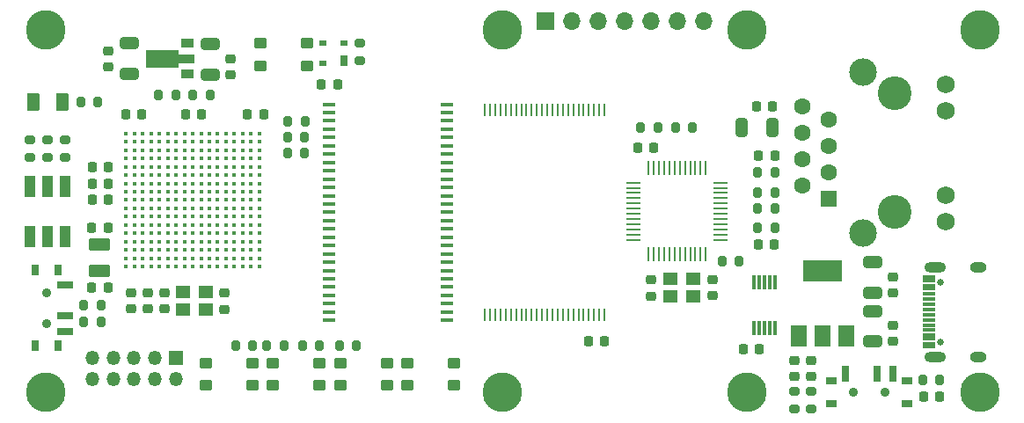
<source format=gbr>
%TF.GenerationSoftware,KiCad,Pcbnew,7.0.7*%
%TF.CreationDate,2024-03-25T22:36:06+08:00*%
%TF.ProjectId,eins2440,65696e73-3234-4343-902e-6b696361645f,rev?*%
%TF.SameCoordinates,Original*%
%TF.FileFunction,Soldermask,Top*%
%TF.FilePolarity,Negative*%
%FSLAX46Y46*%
G04 Gerber Fmt 4.6, Leading zero omitted, Abs format (unit mm)*
G04 Created by KiCad (PCBNEW 7.0.7) date 2024-03-25 22:36:06*
%MOMM*%
%LPD*%
G01*
G04 APERTURE LIST*
G04 Aperture macros list*
%AMRoundRect*
0 Rectangle with rounded corners*
0 $1 Rounding radius*
0 $2 $3 $4 $5 $6 $7 $8 $9 X,Y pos of 4 corners*
0 Add a 4 corners polygon primitive as box body*
4,1,4,$2,$3,$4,$5,$6,$7,$8,$9,$2,$3,0*
0 Add four circle primitives for the rounded corners*
1,1,$1+$1,$2,$3*
1,1,$1+$1,$4,$5*
1,1,$1+$1,$6,$7*
1,1,$1+$1,$8,$9*
0 Add four rect primitives between the rounded corners*
20,1,$1+$1,$2,$3,$4,$5,0*
20,1,$1+$1,$4,$5,$6,$7,0*
20,1,$1+$1,$6,$7,$8,$9,0*
20,1,$1+$1,$8,$9,$2,$3,0*%
%AMFreePoly0*
4,1,9,3.862500,-0.866500,0.737500,-0.866500,0.737500,-0.450000,-0.737500,-0.450000,-0.737500,0.450000,0.737500,0.450000,0.737500,0.866500,3.862500,0.866500,3.862500,-0.866500,3.862500,-0.866500,$1*%
G04 Aperture macros list end*
%ADD10C,3.250000*%
%ADD11RoundRect,0.102000X-0.699000X0.699000X-0.699000X-0.699000X0.699000X-0.699000X0.699000X0.699000X0*%
%ADD12C,1.602000*%
%ADD13C,1.734000*%
%ADD14C,2.649000*%
%ADD15R,1.100000X2.000000*%
%ADD16RoundRect,0.200000X-0.200000X-0.275000X0.200000X-0.275000X0.200000X0.275000X-0.200000X0.275000X0*%
%ADD17RoundRect,0.200000X0.200000X0.275000X-0.200000X0.275000X-0.200000X-0.275000X0.200000X-0.275000X0*%
%ADD18RoundRect,0.250000X-0.650000X0.325000X-0.650000X-0.325000X0.650000X-0.325000X0.650000X0.325000X0*%
%ADD19C,3.800000*%
%ADD20RoundRect,0.225000X0.225000X0.250000X-0.225000X0.250000X-0.225000X-0.250000X0.225000X-0.250000X0*%
%ADD21RoundRect,0.200000X0.275000X-0.200000X0.275000X0.200000X-0.275000X0.200000X-0.275000X-0.200000X0*%
%ADD22RoundRect,0.225000X-0.225000X-0.250000X0.225000X-0.250000X0.225000X0.250000X-0.225000X0.250000X0*%
%ADD23R,0.300000X1.400000*%
%ADD24R,0.700000X1.000000*%
%ADD25R,0.700000X0.600000*%
%ADD26RoundRect,0.102000X0.500000X0.375000X-0.500000X0.375000X-0.500000X-0.375000X0.500000X-0.375000X0*%
%ADD27R,1.400000X1.200000*%
%ADD28RoundRect,0.225000X-0.250000X0.225000X-0.250000X-0.225000X0.250000X-0.225000X0.250000X0.225000X0*%
%ADD29RoundRect,0.225000X0.250000X-0.225000X0.250000X0.225000X-0.250000X0.225000X-0.250000X-0.225000X0*%
%ADD30RoundRect,0.250000X0.650000X-0.325000X0.650000X0.325000X-0.650000X0.325000X-0.650000X-0.325000X0*%
%ADD31R,1.500000X2.000000*%
%ADD32R,3.800000X2.000000*%
%ADD33R,1.309599X0.456400*%
%ADD34R,1.340599X0.279400*%
%ADD35R,0.279400X1.340599*%
%ADD36R,1.350000X1.350000*%
%ADD37O,1.350000X1.350000*%
%ADD38C,0.650000*%
%ADD39R,1.150000X0.300000*%
%ADD40O,2.100000X1.000000*%
%ADD41O,1.600000X1.000000*%
%ADD42RoundRect,0.102000X-0.900000X0.500000X-0.900000X-0.500000X0.900000X-0.500000X0.900000X0.500000X0*%
%ADD43R,1.000000X0.800000*%
%ADD44C,0.900000*%
%ADD45R,0.700000X1.500000*%
%ADD46RoundRect,0.218750X-0.256250X0.218750X-0.256250X-0.218750X0.256250X-0.218750X0.256250X0.218750X0*%
%ADD47RoundRect,0.250000X0.325000X0.650000X-0.325000X0.650000X-0.325000X-0.650000X0.325000X-0.650000X0*%
%ADD48RoundRect,0.200000X-0.275000X0.200000X-0.275000X-0.200000X0.275000X-0.200000X0.275000X0.200000X0*%
%ADD49RoundRect,0.102000X-0.500000X-0.375000X0.500000X-0.375000X0.500000X0.375000X-0.500000X0.375000X0*%
%ADD50R,1.700000X1.700000*%
%ADD51O,1.700000X1.700000*%
%ADD52RoundRect,0.218750X-0.218750X-0.256250X0.218750X-0.256250X0.218750X0.256250X-0.218750X0.256250X0*%
%ADD53C,0.365760*%
%ADD54R,0.800000X1.000000*%
%ADD55R,1.500000X0.700000*%
%ADD56RoundRect,0.250000X0.375000X0.625000X-0.375000X0.625000X-0.375000X-0.625000X0.375000X-0.625000X0*%
%ADD57R,0.279400X1.200899*%
%ADD58R,1.300000X0.900000*%
%ADD59FreePoly0,180.000000*%
G04 APERTURE END LIST*
D10*
%TO.C,J3*%
X186090000Y-86444000D03*
X186090000Y-97874000D03*
D11*
X179740000Y-96609000D03*
D12*
X177200000Y-95339000D03*
X179740000Y-94069000D03*
X177200000Y-92799000D03*
X179740000Y-91529000D03*
X177200000Y-90259000D03*
X179740000Y-88989000D03*
X177200000Y-87719000D03*
D13*
X190990000Y-98784000D03*
X190990000Y-96244000D03*
X190990000Y-88074000D03*
X190990000Y-85534000D03*
D14*
X183040000Y-99904000D03*
X183040000Y-84414000D03*
%TD*%
D15*
%TO.C,D2*%
X102880000Y-100200000D03*
X104580000Y-100200000D03*
X106280000Y-100200000D03*
X106280000Y-95400000D03*
X104580000Y-95400000D03*
X102880000Y-95400000D03*
%TD*%
D16*
%TO.C,R47*%
X122635000Y-110700000D03*
X124285000Y-110700000D03*
%TD*%
D17*
%TO.C,R36*%
X174535000Y-94020000D03*
X172885000Y-94020000D03*
%TD*%
D18*
%TO.C,C8*%
X112455000Y-81625000D03*
X112455000Y-84575000D03*
%TD*%
D19*
%TO.C,H7*%
X148340000Y-115240000D03*
%TD*%
D20*
%TO.C,C11*%
X110396850Y-95106299D03*
X108846850Y-95106299D03*
%TD*%
D21*
%TO.C,R48*%
X102880000Y-92575000D03*
X102880000Y-90925000D03*
%TD*%
D22*
%TO.C,C5*%
X108826850Y-99346299D03*
X110376850Y-99346299D03*
%TD*%
D23*
%TO.C,U6*%
X174550000Y-104650000D03*
X174050000Y-104650000D03*
X173550000Y-104650000D03*
X173050000Y-104650000D03*
X172550000Y-104650000D03*
X172550000Y-109050000D03*
X173050000Y-109050000D03*
X173550000Y-109050000D03*
X174050000Y-109050000D03*
X174550000Y-109050000D03*
%TD*%
D19*
%TO.C,H6*%
X171850000Y-80320000D03*
%TD*%
D22*
%TO.C,C31*%
X172975000Y-100990000D03*
X174525000Y-100990000D03*
%TD*%
D17*
%TO.C,R10*%
X129326850Y-89116299D03*
X127676850Y-89116299D03*
%TD*%
D24*
%TO.C,U8*%
X133080000Y-83300000D03*
D25*
X133080000Y-81600000D03*
X131080000Y-81600000D03*
X131080000Y-83500000D03*
%TD*%
D17*
%TO.C,R28*%
X190445000Y-114020000D03*
X188795000Y-114020000D03*
%TD*%
%TO.C,R31*%
X166635000Y-89720000D03*
X164985000Y-89720000D03*
%TD*%
D26*
%TO.C,S4*%
X130750000Y-112415000D03*
X126250000Y-112415000D03*
X130750000Y-114565000D03*
X126250000Y-114565000D03*
%TD*%
D17*
%TO.C,R6*%
X109705000Y-108450000D03*
X108055000Y-108450000D03*
%TD*%
D27*
%TO.C,Y1*%
X117591850Y-107276299D03*
X119791850Y-107276299D03*
X119791850Y-105576299D03*
X117591850Y-105576299D03*
%TD*%
D22*
%TO.C,C4*%
X108806850Y-105136299D03*
X110356850Y-105136299D03*
%TD*%
D20*
%TO.C,C21*%
X110396850Y-93546299D03*
X108846850Y-93546299D03*
%TD*%
D19*
%TO.C,H1*%
X104380000Y-80320000D03*
%TD*%
D20*
%TO.C,C18*%
X113605000Y-88450000D03*
X112055000Y-88450000D03*
%TD*%
D28*
%TO.C,C3*%
X115781850Y-105631299D03*
X115781850Y-107181299D03*
%TD*%
D17*
%TO.C,R33*%
X174535000Y-97510000D03*
X172885000Y-97510000D03*
%TD*%
D22*
%TO.C,C16*%
X108856850Y-96666299D03*
X110406850Y-96666299D03*
%TD*%
D21*
%TO.C,R49*%
X104580000Y-92575000D03*
X104580000Y-90925000D03*
%TD*%
D29*
%TO.C,C19*%
X122155000Y-84650000D03*
X122155000Y-83100000D03*
%TD*%
D17*
%TO.C,R8*%
X129316850Y-92196299D03*
X127666850Y-92196299D03*
%TD*%
D26*
%TO.C,S5*%
X137220000Y-112405000D03*
X132720000Y-112405000D03*
X137220000Y-114555000D03*
X132720000Y-114555000D03*
%TD*%
D29*
%TO.C,C2*%
X121601850Y-107211299D03*
X121601850Y-105661299D03*
%TD*%
D30*
%TO.C,C28*%
X183970000Y-105645000D03*
X183970000Y-102695000D03*
%TD*%
D22*
%TO.C,C33*%
X156616850Y-110306299D03*
X158166850Y-110306299D03*
%TD*%
D19*
%TO.C,H4*%
X194300000Y-80320000D03*
%TD*%
D29*
%TO.C,C6*%
X112630000Y-107175000D03*
X112630000Y-105625000D03*
%TD*%
D31*
%TO.C,U9*%
X176830000Y-109820000D03*
X179130000Y-109820000D03*
D32*
X179130000Y-103520000D03*
D31*
X181430000Y-109820000D03*
%TD*%
D21*
%TO.C,R23*%
X178020000Y-116785000D03*
X178020000Y-115135000D03*
%TD*%
D22*
%TO.C,C32*%
X172985000Y-92440000D03*
X174535000Y-92440000D03*
%TD*%
%TO.C,C36*%
X130925000Y-85600000D03*
X132475000Y-85600000D03*
%TD*%
D30*
%TO.C,C25*%
X183970000Y-110325000D03*
X183970000Y-107375000D03*
%TD*%
D17*
%TO.C,R9*%
X129316850Y-90636299D03*
X127666850Y-90636299D03*
%TD*%
D29*
%TO.C,C1*%
X114180000Y-107175000D03*
X114180000Y-105625000D03*
%TD*%
D20*
%TO.C,C27*%
X173045000Y-111030000D03*
X171495000Y-111030000D03*
%TD*%
D33*
%TO.C,U2*%
X143011050Y-108282599D03*
X143011050Y-107482499D03*
X143011050Y-106682399D03*
X143011050Y-105882299D03*
X143011050Y-105082199D03*
X143011050Y-104282099D03*
X143011050Y-103481999D03*
X143011050Y-102681899D03*
X143011050Y-101881799D03*
X143011050Y-101081699D03*
X143011050Y-100281599D03*
X143011050Y-99481499D03*
X143011050Y-98681399D03*
X143011050Y-97881299D03*
X143011050Y-97081199D03*
X143011050Y-96281099D03*
X143011050Y-95480999D03*
X143011050Y-94680899D03*
X143011050Y-93880799D03*
X143011050Y-93080699D03*
X143011050Y-92280599D03*
X143011050Y-91480499D03*
X143011050Y-90680399D03*
X143011050Y-89880299D03*
X143011050Y-89080199D03*
X143011050Y-88280099D03*
X143011050Y-87479999D03*
X131682650Y-87479999D03*
X131682650Y-88280099D03*
X131682650Y-89080199D03*
X131682650Y-89880299D03*
X131682650Y-90680399D03*
X131682650Y-91480499D03*
X131682650Y-92280599D03*
X131682650Y-93080699D03*
X131682650Y-93880799D03*
X131682650Y-94680899D03*
X131682650Y-95480999D03*
X131682650Y-96281099D03*
X131682650Y-97081199D03*
X131682650Y-97881299D03*
X131682650Y-98681399D03*
X131682650Y-99481499D03*
X131682650Y-100281599D03*
X131682650Y-101081699D03*
X131682650Y-101881799D03*
X131682650Y-102681899D03*
X131682650Y-103481999D03*
X131682650Y-104282099D03*
X131682650Y-105082199D03*
X131682650Y-105882299D03*
X131682650Y-106682399D03*
X131682650Y-107482499D03*
X131682650Y-108282599D03*
%TD*%
D34*
%TO.C,U10*%
X169334851Y-100523799D03*
X169334851Y-100023800D03*
X169334851Y-99523798D03*
X169334851Y-99023799D03*
X169334851Y-98523800D03*
X169334851Y-98023799D03*
X169334851Y-97523799D03*
X169334851Y-97023798D03*
X169334851Y-96523799D03*
X169334851Y-96023800D03*
X169334851Y-95523798D03*
X169334851Y-95023799D03*
D35*
X167909350Y-93598298D03*
X167409351Y-93598298D03*
X166909349Y-93598298D03*
X166409350Y-93598298D03*
X165909351Y-93598298D03*
X165409350Y-93598298D03*
X164909350Y-93598298D03*
X164409349Y-93598298D03*
X163909350Y-93598298D03*
X163409351Y-93598298D03*
X162909349Y-93598298D03*
X162409350Y-93598298D03*
D34*
X160983849Y-95023799D03*
X160983849Y-95523798D03*
X160983849Y-96023800D03*
X160983849Y-96523799D03*
X160983849Y-97023798D03*
X160983849Y-97523799D03*
X160983849Y-98023799D03*
X160983849Y-98523800D03*
X160983849Y-99023799D03*
X160983849Y-99523798D03*
X160983849Y-100023800D03*
X160983849Y-100523799D03*
D35*
X162409350Y-101949300D03*
X162909349Y-101949300D03*
X163409351Y-101949300D03*
X163909350Y-101949300D03*
X164409349Y-101949300D03*
X164909350Y-101949300D03*
X165409350Y-101949300D03*
X165909351Y-101949300D03*
X166409350Y-101949300D03*
X166909349Y-101949300D03*
X167409351Y-101949300D03*
X167909350Y-101949300D03*
%TD*%
D16*
%TO.C,R27*%
X129085000Y-110710000D03*
X130735000Y-110710000D03*
%TD*%
D36*
%TO.C,J1*%
X116890000Y-111890000D03*
D37*
X116890000Y-113890000D03*
X114890000Y-111890000D03*
X114890000Y-113890000D03*
X112890000Y-111890000D03*
X112890000Y-113890000D03*
X110890000Y-111890000D03*
X110890000Y-113890000D03*
X108890000Y-111890000D03*
X108890000Y-113890000D03*
%TD*%
D19*
%TO.C,H5*%
X148340000Y-80320000D03*
%TD*%
D20*
%TO.C,C40*%
X162906850Y-91686299D03*
X161356850Y-91686299D03*
%TD*%
D38*
%TO.C,J5*%
X190465000Y-110370000D03*
X190465000Y-104590000D03*
D39*
X189400000Y-110830000D03*
X189400000Y-110030000D03*
X189400000Y-108730000D03*
X189400000Y-107730000D03*
X189400000Y-107230000D03*
X189400000Y-106230000D03*
X189400000Y-104930000D03*
X189400000Y-104130000D03*
X189400000Y-104430000D03*
X189400000Y-105230000D03*
X189400000Y-105730000D03*
X189400000Y-106730000D03*
X189400000Y-108230000D03*
X189400000Y-109230000D03*
X189400000Y-109730000D03*
X189400000Y-110530000D03*
D40*
X189965000Y-111800000D03*
D41*
X194145000Y-111800000D03*
D40*
X189965000Y-103160000D03*
D41*
X194145000Y-103160000D03*
%TD*%
D22*
%TO.C,C38*%
X172765000Y-87660000D03*
X174315000Y-87660000D03*
%TD*%
D42*
%TO.C,Y2*%
X109581850Y-100996299D03*
X109581850Y-103496299D03*
%TD*%
D20*
%TO.C,C10*%
X125355000Y-88450000D03*
X123805000Y-88450000D03*
%TD*%
D16*
%TO.C,R15*%
X107735000Y-87260000D03*
X109385000Y-87260000D03*
%TD*%
%TO.C,R46*%
X125675000Y-110710000D03*
X127325000Y-110710000D03*
%TD*%
D17*
%TO.C,R34*%
X174535000Y-95970000D03*
X172885000Y-95970000D03*
%TD*%
D26*
%TO.C,S3*%
X124280000Y-112415000D03*
X119780000Y-112415000D03*
X124280000Y-114565000D03*
X119780000Y-114565000D03*
%TD*%
D43*
%TO.C,SW3*%
X179980000Y-114075000D03*
X179980000Y-116285000D03*
D44*
X182130000Y-115185000D03*
X185130000Y-115185000D03*
D43*
X187280000Y-114075000D03*
X187280000Y-116285000D03*
D45*
X181380000Y-113425000D03*
X184380000Y-113425000D03*
X185880000Y-113425000D03*
%TD*%
D46*
%TO.C,D5*%
X176400000Y-112142500D03*
X176400000Y-113717500D03*
%TD*%
D19*
%TO.C,H3*%
X194300000Y-115240000D03*
%TD*%
D46*
%TO.C,D6*%
X178020000Y-112132500D03*
X178020000Y-113707500D03*
%TD*%
D16*
%TO.C,R29*%
X132655000Y-110700000D03*
X134305000Y-110700000D03*
%TD*%
D47*
%TO.C,C37*%
X174315000Y-89720000D03*
X171365000Y-89720000D03*
%TD*%
D19*
%TO.C,H8*%
X171850000Y-115240000D03*
%TD*%
D20*
%TO.C,C9*%
X119355000Y-88450000D03*
X117805000Y-88450000D03*
%TD*%
D48*
%TO.C,R26*%
X134590000Y-81605000D03*
X134590000Y-83255000D03*
%TD*%
D49*
%TO.C,S1*%
X125005000Y-83750000D03*
X129505000Y-83750000D03*
X125005000Y-81600000D03*
X129505000Y-81600000D03*
%TD*%
D30*
%TO.C,C22*%
X120178150Y-84658701D03*
X120178150Y-81708701D03*
%TD*%
D17*
%TO.C,R39*%
X109705000Y-106850000D03*
X108055000Y-106850000D03*
%TD*%
D16*
%TO.C,R30*%
X169485000Y-102620000D03*
X171135000Y-102620000D03*
%TD*%
D17*
%TO.C,R35*%
X174535000Y-99410000D03*
X172885000Y-99410000D03*
%TD*%
D27*
%TO.C,Y3*%
X164469350Y-105946299D03*
X166669350Y-105946299D03*
X166669350Y-104246299D03*
X164469350Y-104246299D03*
%TD*%
D26*
%TO.C,S6*%
X143680000Y-112385000D03*
X139180000Y-112385000D03*
X143680000Y-114535000D03*
X139180000Y-114535000D03*
%TD*%
D21*
%TO.C,R22*%
X176400000Y-116795000D03*
X176400000Y-115145000D03*
%TD*%
D50*
%TO.C,J2*%
X152480000Y-79500000D03*
D51*
X155020000Y-79500000D03*
X157560000Y-79500000D03*
X160100000Y-79500000D03*
X162640000Y-79500000D03*
X165180000Y-79500000D03*
X167720000Y-79500000D03*
%TD*%
D52*
%TO.C,D7*%
X188872500Y-115630000D03*
X190447500Y-115630000D03*
%TD*%
D16*
%TO.C,R32*%
X161645000Y-89720000D03*
X163295000Y-89720000D03*
%TD*%
D29*
%TO.C,C26*%
X185950000Y-110325000D03*
X185950000Y-108775000D03*
%TD*%
D28*
%TO.C,C30*%
X162610000Y-104381299D03*
X162610000Y-105931299D03*
%TD*%
D21*
%TO.C,R50*%
X106280000Y-92575000D03*
X106280000Y-90925000D03*
%TD*%
D53*
%TO.C,U1*%
X124931850Y-90296302D03*
X124931850Y-91096302D03*
X124931850Y-91896301D03*
X124931850Y-92696301D03*
X124931850Y-93496301D03*
X124931850Y-94296301D03*
X124931850Y-95096301D03*
X124931850Y-95896301D03*
X124931850Y-96696301D03*
X124931850Y-97496301D03*
X124931850Y-98296301D03*
X124931850Y-99096301D03*
X124931850Y-99896301D03*
X124931850Y-100696300D03*
X124931850Y-101496300D03*
X124931850Y-102296300D03*
X124931850Y-103096300D03*
X124131850Y-90296302D03*
X124131850Y-91096302D03*
X124131850Y-91896301D03*
X124131850Y-92696301D03*
X124131850Y-93496301D03*
X124131850Y-94296301D03*
X124131850Y-95096301D03*
X124131850Y-95896301D03*
X124131850Y-96696301D03*
X124131850Y-97496301D03*
X124131850Y-98296301D03*
X124131850Y-99096301D03*
X124131850Y-99896301D03*
X124131850Y-100696300D03*
X124131850Y-101496300D03*
X124131850Y-102296300D03*
X124131850Y-103096300D03*
X123331851Y-90296302D03*
X123331851Y-91096302D03*
X123331851Y-91896301D03*
X123331851Y-92696301D03*
X123331851Y-93496301D03*
X123331851Y-94296301D03*
X123331851Y-95096301D03*
X123331851Y-95896301D03*
X123331851Y-96696301D03*
X123331851Y-97496301D03*
X123331851Y-98296301D03*
X123331851Y-99096301D03*
X123331851Y-99896301D03*
X123331851Y-100696300D03*
X123331851Y-101496300D03*
X123331851Y-102296300D03*
X123331851Y-103096300D03*
X122531851Y-90296302D03*
X122531851Y-91096302D03*
X122531851Y-91896301D03*
X122531851Y-92696301D03*
X122531851Y-93496301D03*
X122531851Y-94296301D03*
X122531851Y-95096301D03*
X122531851Y-95896301D03*
X122531851Y-96696301D03*
X122531851Y-97496301D03*
X122531851Y-98296301D03*
X122531851Y-99096301D03*
X122531851Y-99896301D03*
X122531851Y-100696300D03*
X122531851Y-101496300D03*
X122531851Y-102296300D03*
X122531851Y-103096300D03*
X121731851Y-90296302D03*
X121731851Y-91096302D03*
X121731851Y-91896301D03*
X121731851Y-92696301D03*
X121731851Y-93496301D03*
X121731851Y-94296301D03*
X121731851Y-95096301D03*
X121731851Y-95896301D03*
X121731851Y-96696301D03*
X121731851Y-97496301D03*
X121731851Y-98296301D03*
X121731851Y-99096301D03*
X121731851Y-99896301D03*
X121731851Y-100696300D03*
X121731851Y-101496300D03*
X121731851Y-102296300D03*
X121731851Y-103096300D03*
X120931851Y-90296302D03*
X120931851Y-91096302D03*
X120931851Y-91896301D03*
X120931851Y-92696301D03*
X120931851Y-93496301D03*
X120931851Y-94296301D03*
X120931851Y-95096301D03*
X120931851Y-95896301D03*
X120931851Y-96696301D03*
X120931851Y-97496301D03*
X120931851Y-98296301D03*
X120931851Y-99096301D03*
X120931851Y-99896301D03*
X120931851Y-100696300D03*
X120931851Y-101496300D03*
X120931851Y-102296300D03*
X120931851Y-103096300D03*
X120131851Y-90296302D03*
X120131851Y-91096302D03*
X120131851Y-91896301D03*
X120131851Y-92696301D03*
X120131851Y-93496301D03*
X120131851Y-94296301D03*
X120131851Y-95096301D03*
X120131851Y-95896301D03*
X120131851Y-96696301D03*
X120131851Y-97496301D03*
X120131851Y-98296301D03*
X120131851Y-99096301D03*
X120131851Y-99896301D03*
X120131851Y-100696300D03*
X120131851Y-101496300D03*
X120131851Y-102296300D03*
X120131851Y-103096300D03*
X119331851Y-90296302D03*
X119331851Y-91096302D03*
X119331851Y-91896301D03*
X119331851Y-92696301D03*
X119331851Y-93496301D03*
X119331851Y-94296301D03*
X119331851Y-95096301D03*
X119331851Y-95896301D03*
X119331851Y-96696301D03*
X119331851Y-97496301D03*
X119331851Y-98296301D03*
X119331851Y-99096301D03*
X119331851Y-99896301D03*
X119331851Y-100696300D03*
X119331851Y-101496300D03*
X119331851Y-102296300D03*
X119331851Y-103096300D03*
X118531851Y-90296302D03*
X118531851Y-91096302D03*
X118531851Y-91896301D03*
X118531851Y-92696301D03*
X118531851Y-93496301D03*
X118531851Y-94296301D03*
X118531851Y-95096301D03*
X118531851Y-95896301D03*
X118531851Y-96696301D03*
X118531851Y-97496301D03*
X118531851Y-98296301D03*
X118531851Y-99096301D03*
X118531851Y-99896301D03*
X118531851Y-100696300D03*
X118531851Y-101496300D03*
X118531851Y-102296300D03*
X118531851Y-103096300D03*
X117731851Y-90296302D03*
X117731851Y-91096302D03*
X117731851Y-91896301D03*
X117731851Y-92696301D03*
X117731851Y-93496301D03*
X117731851Y-94296301D03*
X117731851Y-95096301D03*
X117731851Y-95896301D03*
X117731851Y-96696301D03*
X117731851Y-97496301D03*
X117731851Y-98296301D03*
X117731851Y-99096301D03*
X117731851Y-99896301D03*
X117731851Y-100696300D03*
X117731851Y-101496300D03*
X117731851Y-102296300D03*
X117731851Y-103096300D03*
X116931851Y-90296302D03*
X116931851Y-91096302D03*
X116931851Y-91896301D03*
X116931851Y-92696301D03*
X116931851Y-93496301D03*
X116931851Y-94296301D03*
X116931851Y-95096301D03*
X116931851Y-95896301D03*
X116931851Y-96696301D03*
X116931851Y-97496301D03*
X116931851Y-98296301D03*
X116931851Y-99096301D03*
X116931851Y-99896301D03*
X116931851Y-100696300D03*
X116931851Y-101496300D03*
X116931851Y-102296300D03*
X116931851Y-103096300D03*
X116131851Y-90296302D03*
X116131851Y-91096302D03*
X116131851Y-91896301D03*
X116131851Y-92696301D03*
X116131851Y-93496301D03*
X116131851Y-94296301D03*
X116131851Y-95096301D03*
X116131851Y-95896301D03*
X116131851Y-96696301D03*
X116131851Y-97496301D03*
X116131851Y-98296301D03*
X116131851Y-99096301D03*
X116131851Y-99896301D03*
X116131851Y-100696300D03*
X116131851Y-101496300D03*
X116131851Y-102296300D03*
X116131851Y-103096300D03*
X115331851Y-90296302D03*
X115331851Y-91096302D03*
X115331851Y-91896301D03*
X115331851Y-92696301D03*
X115331851Y-93496301D03*
X115331851Y-94296301D03*
X115331851Y-95096301D03*
X115331851Y-95896301D03*
X115331851Y-96696301D03*
X115331851Y-97496301D03*
X115331851Y-98296301D03*
X115331851Y-99096301D03*
X115331851Y-99896301D03*
X115331851Y-100696300D03*
X115331851Y-101496300D03*
X115331851Y-102296300D03*
X115331851Y-103096300D03*
X114531852Y-90296302D03*
X114531852Y-91096302D03*
X114531852Y-91896301D03*
X114531852Y-92696301D03*
X114531852Y-93496301D03*
X114531852Y-94296301D03*
X114531852Y-95096301D03*
X114531852Y-95896301D03*
X114531852Y-96696301D03*
X114531852Y-97496301D03*
X114531852Y-98296301D03*
X114531852Y-99096301D03*
X114531852Y-99896301D03*
X114531852Y-100696300D03*
X114531852Y-101496300D03*
X114531852Y-102296300D03*
X114531852Y-103096300D03*
X113731852Y-90296302D03*
X113731852Y-91096302D03*
X113731852Y-91896301D03*
X113731852Y-92696301D03*
X113731852Y-93496301D03*
X113731852Y-94296301D03*
X113731852Y-95096301D03*
X113731852Y-95896301D03*
X113731852Y-96696301D03*
X113731852Y-97496301D03*
X113731852Y-98296301D03*
X113731852Y-99096301D03*
X113731852Y-99896301D03*
X113731852Y-100696300D03*
X113731852Y-101496300D03*
X113731852Y-102296300D03*
X113731852Y-103096300D03*
X112931852Y-90296302D03*
X112931852Y-91096302D03*
X112931852Y-91896301D03*
X112931852Y-92696301D03*
X112931852Y-93496301D03*
X112931852Y-94296301D03*
X112931852Y-95096301D03*
X112931852Y-95896301D03*
X112931852Y-96696301D03*
X112931852Y-97496301D03*
X112931852Y-98296301D03*
X112931852Y-99096301D03*
X112931852Y-99896301D03*
X112931852Y-100696300D03*
X112931852Y-101496300D03*
X112931852Y-102296300D03*
X112931852Y-103096300D03*
X112131852Y-90296302D03*
X112131852Y-91096302D03*
X112131852Y-91896301D03*
X112131852Y-92696301D03*
X112131852Y-93496301D03*
X112131852Y-94296301D03*
X112131852Y-95096301D03*
X112131852Y-95896301D03*
X112131852Y-96696301D03*
X112131852Y-97496301D03*
X112131852Y-98296301D03*
X112131852Y-99096301D03*
X112131852Y-99896301D03*
X112131852Y-100696300D03*
X112131852Y-101496300D03*
X112131852Y-102296300D03*
X112131852Y-103096300D03*
%TD*%
D54*
%TO.C,SW2*%
X105610000Y-103450000D03*
X103400000Y-103450000D03*
D44*
X104500000Y-105600000D03*
X104500000Y-108600000D03*
D54*
X105610000Y-110750000D03*
X103400000Y-110750000D03*
D55*
X106260000Y-104850000D03*
X106260000Y-107850000D03*
X106260000Y-109350000D03*
%TD*%
D56*
%TO.C,D1*%
X105970000Y-87230000D03*
X103170000Y-87230000D03*
%TD*%
D57*
%TO.C,U5*%
X158156220Y-88030251D03*
X157655840Y-88030251D03*
X157155460Y-88030251D03*
X156655080Y-88030251D03*
X156154700Y-88030251D03*
X155654320Y-88030251D03*
X155153940Y-88030251D03*
X154653560Y-88030251D03*
X154153180Y-88030251D03*
X153652800Y-88030251D03*
X153152420Y-88030251D03*
X152652040Y-88030251D03*
X152151660Y-88030251D03*
X151651280Y-88030251D03*
X151150900Y-88030251D03*
X150650520Y-88030251D03*
X150150140Y-88030251D03*
X149649760Y-88030251D03*
X149149380Y-88030251D03*
X148649000Y-88030251D03*
X148148620Y-88030251D03*
X147648240Y-88030251D03*
X147147860Y-88030251D03*
X146647480Y-88030251D03*
X146647480Y-107722347D03*
X147147860Y-107722347D03*
X147648240Y-107722347D03*
X148148620Y-107722347D03*
X148649000Y-107722347D03*
X149149380Y-107722347D03*
X149649760Y-107722347D03*
X150150140Y-107722347D03*
X150650520Y-107722347D03*
X151150900Y-107722347D03*
X151651280Y-107722347D03*
X152151660Y-107722347D03*
X152652040Y-107722347D03*
X153152420Y-107722347D03*
X153652800Y-107722347D03*
X154153180Y-107722347D03*
X154653560Y-107722347D03*
X155153940Y-107722347D03*
X155654320Y-107722347D03*
X156154700Y-107722347D03*
X156655080Y-107722347D03*
X157155460Y-107722347D03*
X157655840Y-107722347D03*
X158156220Y-107722347D03*
%TD*%
D29*
%TO.C,C29*%
X168521850Y-105911299D03*
X168521850Y-104361299D03*
%TD*%
%TO.C,C7*%
X185950000Y-105645000D03*
X185950000Y-104095000D03*
%TD*%
D58*
%TO.C,U7*%
X117988150Y-84583701D03*
D59*
X117900650Y-83083701D03*
D58*
X117988150Y-81583701D03*
%TD*%
D28*
%TO.C,C12*%
X110405000Y-82325000D03*
X110405000Y-83875000D03*
%TD*%
D16*
%TO.C,R25*%
X115255000Y-86550000D03*
X116905000Y-86550000D03*
%TD*%
%TO.C,R24*%
X118530000Y-86550000D03*
X120180000Y-86550000D03*
%TD*%
D19*
%TO.C,H2*%
X104380000Y-115240000D03*
%TD*%
M02*

</source>
